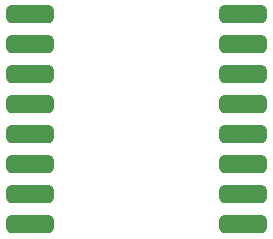
<source format=gbr>
%TF.GenerationSoftware,KiCad,Pcbnew,8.0.7*%
%TF.CreationDate,2025-02-03T11:19:23+09:00*%
%TF.ProjectId,rusty-hangulclock,72757374-792d-4686-916e-67756c636c6f,rev?*%
%TF.SameCoordinates,Original*%
%TF.FileFunction,Paste,Top*%
%TF.FilePolarity,Positive*%
%FSLAX46Y46*%
G04 Gerber Fmt 4.6, Leading zero omitted, Abs format (unit mm)*
G04 Created by KiCad (PCBNEW 8.0.7) date 2025-02-03 11:19:23*
%MOMM*%
%LPD*%
G01*
G04 APERTURE LIST*
G04 Aperture macros list*
%AMRoundRect*
0 Rectangle with rounded corners*
0 $1 Rounding radius*
0 $2 $3 $4 $5 $6 $7 $8 $9 X,Y pos of 4 corners*
0 Add a 4 corners polygon primitive as box body*
4,1,4,$2,$3,$4,$5,$6,$7,$8,$9,$2,$3,0*
0 Add four circle primitives for the rounded corners*
1,1,$1+$1,$2,$3*
1,1,$1+$1,$4,$5*
1,1,$1+$1,$6,$7*
1,1,$1+$1,$8,$9*
0 Add four rect primitives between the rounded corners*
20,1,$1+$1,$2,$3,$4,$5,0*
20,1,$1+$1,$4,$5,$6,$7,0*
20,1,$1+$1,$6,$7,$8,$9,0*
20,1,$1+$1,$8,$9,$2,$3,0*%
G04 Aperture macros list end*
%ADD10RoundRect,0.381000X1.619000X0.381000X-1.619000X0.381000X-1.619000X-0.381000X1.619000X-0.381000X0*%
G04 APERTURE END LIST*
D10*
%TO.C,ESP32-C3_SuperMini1*%
X138500000Y-119880000D03*
X138500000Y-122420000D03*
X138500000Y-124960000D03*
X138500000Y-127500000D03*
X138500000Y-132580000D03*
X138500000Y-130040000D03*
X156500000Y-137660000D03*
X138500000Y-137640000D03*
X156500000Y-135120000D03*
X156500000Y-132580000D03*
X156500000Y-130040000D03*
X156500000Y-127500000D03*
X156500000Y-124960000D03*
X156500000Y-122420000D03*
X156500000Y-119880000D03*
X138500000Y-135120000D03*
%TD*%
M02*

</source>
